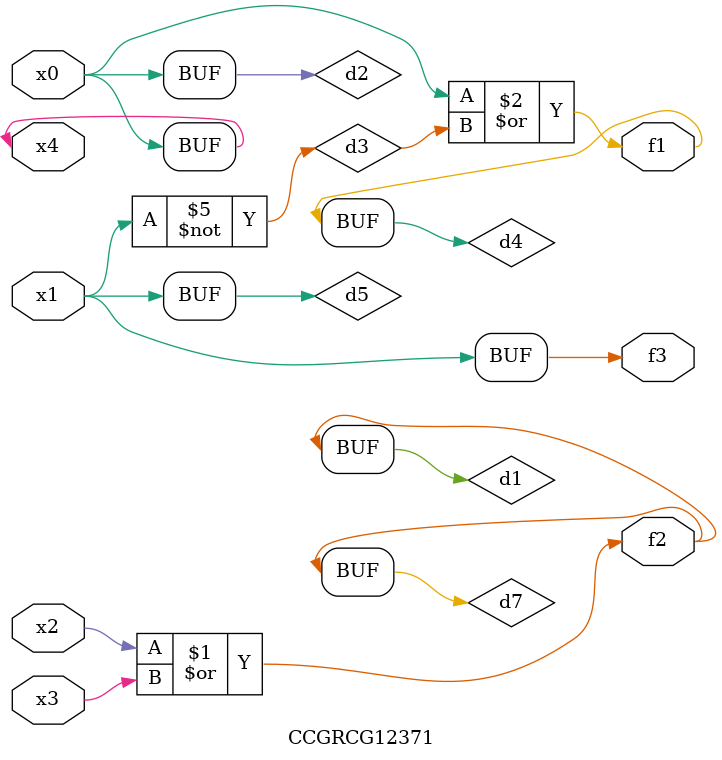
<source format=v>
module CCGRCG12371(
	input x0, x1, x2, x3, x4,
	output f1, f2, f3
);

	wire d1, d2, d3, d4, d5, d6, d7;

	or (d1, x2, x3);
	buf (d2, x0, x4);
	not (d3, x1);
	or (d4, d2, d3);
	not (d5, d3);
	nand (d6, d1, d3);
	or (d7, d1);
	assign f1 = d4;
	assign f2 = d7;
	assign f3 = d5;
endmodule

</source>
